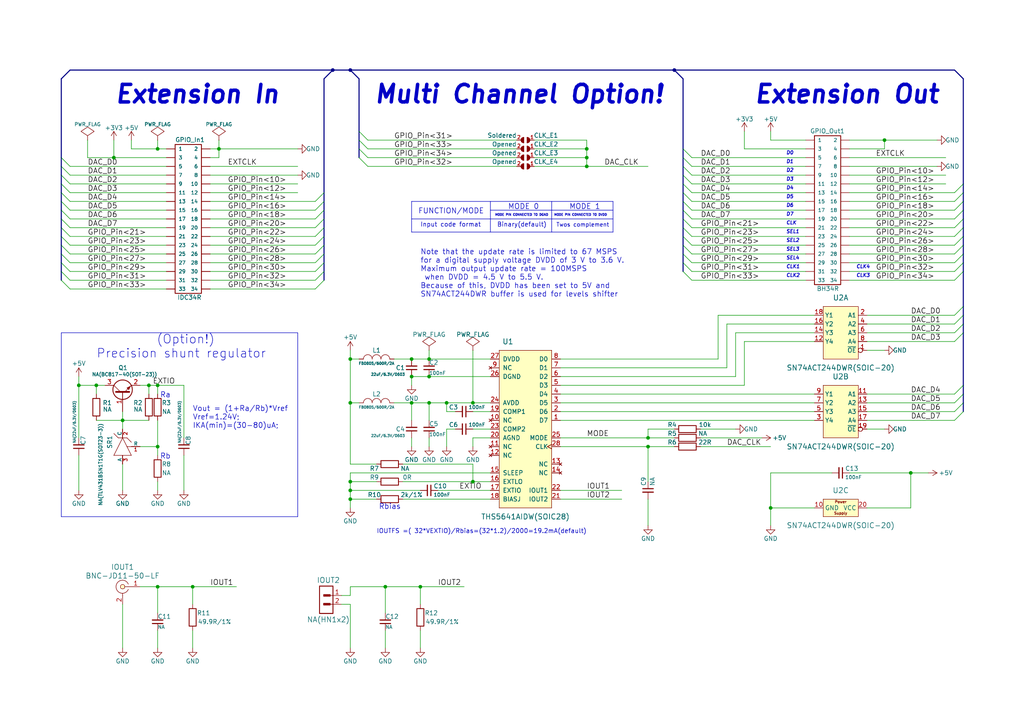
<source format=kicad_sch>
(kicad_sch (version 20230121) (generator eeschema)
  (paper "A4")
  (title_block (title "ICE40-DAC") (date "2021-02-19") (rev "A1") (company "OLimeX LTD") (comment 1 "https://www.olimex.com/"))
  (junction (at 124.46 109.22))
  (junction (at 170.18 45.72))
  (junction (at 101.6 139.7))
  (junction (at 45.72 170.18))
  (junction (at 137.16 139.7))
  (junction (at 256.54 40.64))
  (junction (at 187.96 127))
  (junction (at 124.46 116.84))
  (junction (at 45.72 43.18))
  (junction (at 195.58 20.32))
  (junction (at 55.88 170.18))
  (junction (at 101.6 104.14))
  (junction (at 119.38 109.22))
  (junction (at 101.6 142.24))
  (junction (at 124.46 104.14))
  (junction (at 45.72 111.76))
  (junction (at 101.6 144.78))
  (junction (at 96.52 20.32))
  (junction (at 101.6 116.84))
  (junction (at 170.18 48.26))
  (junction (at 22.86 111.76))
  (junction (at 121.92 170.18))
  (junction (at 129.54 116.84))
  (junction (at 119.38 116.84))
  (junction (at 35.56 121.92))
  (junction (at 101.6 20.32))
  (junction (at 223.52 147.32))
  (junction (at 170.18 43.18))
  (junction (at 63.5 43.18))
  (junction (at 111.76 170.18))
  (junction (at 187.96 129.54))
  (junction (at 45.72 129.54))
  (junction (at 119.38 104.14))
  (junction (at 43.18 111.76))
  (junction (at 33.02 45.72))
  (junction (at 137.16 116.84))
  (junction (at 27.94 111.76))
  (junction (at 264.16 137.16))
  (bus_entry (at 279.4 78.74) (size -2.54 2.54))
  (bus_entry (at 198.12 76.2) (size 2.54 2.54))
  (bus_entry (at 93.98 63.5) (size -2.54 2.54))
  (bus_entry (at 198.12 68.58) (size 2.54 2.54))
  (bus_entry (at 279.4 111.76) (size -2.54 2.54))
  (bus_entry (at 279.4 88.9) (size -2.54 2.54))
  (bus_entry (at 17.78 81.28) (size 2.54 2.54))
  (bus_entry (at 17.78 48.26) (size 2.54 2.54))
  (bus_entry (at 93.98 73.66) (size -2.54 2.54))
  (bus_entry (at 198.12 66.04) (size 2.54 2.54))
  (bus_entry (at 198.12 78.74) (size 2.54 2.54))
  (bus_entry (at 198.12 43.18) (size 2.54 2.54))
  (bus_entry (at 279.4 96.52) (size -2.54 2.54))
  (bus_entry (at 17.78 55.88) (size 2.54 2.54))
  (bus_entry (at 198.12 55.88) (size 2.54 2.54))
  (bus_entry (at 17.78 50.8) (size 2.54 2.54))
  (bus_entry (at 104.14 43.18) (size 2.54 2.54))
  (bus_entry (at 93.98 66.04) (size -2.54 2.54))
  (bus_entry (at 93.98 81.28) (size -2.54 2.54))
  (bus_entry (at 17.78 63.5) (size 2.54 2.54))
  (bus_entry (at 279.4 116.84) (size -2.54 2.54))
  (bus_entry (at 17.78 76.2) (size 2.54 2.54))
  (bus_entry (at 198.12 45.72) (size 2.54 2.54))
  (bus_entry (at 279.4 68.58) (size -2.54 2.54))
  (bus_entry (at 17.78 71.12) (size 2.54 2.54))
  (bus_entry (at 279.4 76.2) (size -2.54 2.54))
  (bus_entry (at 93.98 58.42) (size -2.54 2.54))
  (bus_entry (at 93.98 55.88) (size -2.54 2.54))
  (bus_entry (at 17.78 60.96) (size 2.54 2.54))
  (bus_entry (at 198.12 48.26) (size 2.54 2.54))
  (bus_entry (at 17.78 45.72) (size 2.54 2.54))
  (bus_entry (at 198.12 60.96) (size 2.54 2.54))
  (bus_entry (at 17.78 73.66) (size 2.54 2.54))
  (bus_entry (at 279.4 71.12) (size -2.54 2.54))
  (bus_entry (at 198.12 50.8) (size 2.54 2.54))
  (bus_entry (at 104.14 40.64) (size 2.54 2.54))
  (bus_entry (at 279.4 55.88) (size -2.54 2.54))
  (bus_entry (at 198.12 53.34) (size 2.54 2.54))
  (bus_entry (at 279.4 58.42) (size -2.54 2.54))
  (bus_entry (at 279.4 114.3) (size -2.54 2.54))
  (bus_entry (at 17.78 58.42) (size 2.54 2.54))
  (bus_entry (at 17.78 78.74) (size 2.54 2.54))
  (bus_entry (at 104.14 45.72) (size 2.54 2.54))
  (bus_entry (at 279.4 66.04) (size -2.54 2.54))
  (bus_entry (at 93.98 71.12) (size -2.54 2.54))
  (bus_entry (at 17.78 53.34) (size 2.54 2.54))
  (bus_entry (at 279.4 73.66) (size -2.54 2.54))
  (bus_entry (at 104.14 38.1) (size 2.54 2.54))
  (bus_entry (at 279.4 91.44) (size -2.54 2.54))
  (bus_entry (at 17.78 66.04) (size 2.54 2.54))
  (bus_entry (at 93.98 60.96) (size -2.54 2.54))
  (bus_entry (at 198.12 71.12) (size 2.54 2.54))
  (bus_entry (at 279.4 119.38) (size -2.54 2.54))
  (bus_entry (at 279.4 53.34) (size -2.54 2.54))
  (bus_entry (at 279.4 63.5) (size -2.54 2.54))
  (bus_entry (at 279.4 93.98) (size -2.54 2.54))
  (bus_entry (at 198.12 73.66) (size 2.54 2.54))
  (bus_entry (at 17.78 68.58) (size 2.54 2.54))
  (bus_entry (at 93.98 68.58) (size -2.54 2.54))
  (bus_entry (at 93.98 78.74) (size -2.54 2.54))
  (bus_entry (at 279.4 60.96) (size -2.54 2.54))
  (bus_entry (at 198.12 63.5) (size 2.54 2.54))
  (bus_entry (at 93.98 76.2) (size -2.54 2.54))
  (bus_entry (at 198.12 58.42) (size 2.54 2.54))
  (wire (pts (xy 53.34 111.76) (xy 53.34 127)))
  (wire (pts (xy 274.32 50.8) (xy 246.38 50.8)))
  (wire (pts (xy 60.96 76.2) (xy 91.44 76.2)))
  (bus (pts (xy 279.4 58.42) (xy 279.4 60.96)))
  (wire (pts (xy 256.54 43.18) (xy 256.54 40.64)))
  (wire (pts (xy 101.6 116.84) (xy 101.6 134.62)))
  (wire (pts (xy 187.96 124.46) (xy 187.96 127)))
  (wire (pts (xy 274.32 45.72) (xy 246.38 45.72)))
  (wire (pts (xy 233.68 55.88) (xy 200.66 55.88)))
  (wire (pts (xy 213.36 96.52) (xy 213.36 109.22)))
  (wire (pts (xy 246.38 48.26) (xy 271.78 48.26)))
  (wire (pts (xy 45.72 40.64) (xy 45.72 43.18)))
  (wire (pts (xy 35.56 119.38) (xy 35.56 121.92)))
  (wire (pts (xy 276.86 99.06) (xy 251.46 99.06)))
  (wire (pts (xy 48.26 73.66) (xy 20.32 73.66)))
  (wire (pts (xy 63.5 40.64) (xy 63.5 43.18)))
  (wire (pts (xy 27.94 114.3) (xy 27.94 111.76)))
  (wire (pts (xy 233.68 58.42) (xy 200.66 58.42)))
  (polyline (pts (xy 142.24 58.42) (xy 142.24 67.31)))
  (wire (pts (xy 210.82 93.98) (xy 210.82 106.68)))
  (wire (pts (xy 246.38 66.04) (xy 276.86 66.04)))
  (wire (pts (xy 246.38 68.58) (xy 276.86 68.58)))
  (wire (pts (xy 101.6 170.18) (xy 111.76 170.18)))
  (wire (pts (xy 101.6 116.84) (xy 104.14 116.84)))
  (wire (pts (xy 195.58 124.46) (xy 187.96 124.46)))
  (bus (pts (xy 17.78 76.2) (xy 17.78 78.74)))
  (wire (pts (xy 132.08 124.46) (xy 129.54 124.46)))
  (wire (pts (xy 101.6 172.72) (xy 101.6 170.18)))
  (bus (pts (xy 17.78 22.86) (xy 17.78 45.72)))
  (wire (pts (xy 111.76 177.8) (xy 111.76 170.18)))
  (wire (pts (xy 251.46 147.32) (xy 264.16 147.32)))
  (polyline (pts (xy 142.24 60.96) (xy 177.8 60.96)))
  (wire (pts (xy 264.16 137.16) (xy 269.24 137.16)))
  (polyline (pts (xy 160.02 58.42) (xy 160.02 67.31)))
  (bus (pts (xy 279.4 60.96) (xy 279.4 63.5)))
  (wire (pts (xy 48.26 58.42) (xy 20.32 58.42)))
  (wire (pts (xy 48.26 83.82) (xy 20.32 83.82)))
  (wire (pts (xy 137.16 101.6) (xy 137.16 116.84)))
  (bus (pts (xy 17.78 48.26) (xy 17.78 50.8)))
  (wire (pts (xy 246.38 40.64) (xy 256.54 40.64)))
  (wire (pts (xy 119.38 109.22) (xy 119.38 111.76)))
  (wire (pts (xy 63.5 45.72) (xy 60.96 45.72)))
  (wire (pts (xy 256.54 124.46) (xy 251.46 124.46)))
  (bus (pts (xy 279.4 73.66) (xy 279.4 76.2)))
  (wire (pts (xy 149.86 48.26) (xy 106.68 48.26)))
  (wire (pts (xy 236.22 93.98) (xy 210.82 93.98)))
  (wire (pts (xy 246.38 81.28) (xy 276.86 81.28)))
  (wire (pts (xy 101.6 142.24) (xy 101.6 144.78)))
  (wire (pts (xy 33.02 45.72) (xy 48.26 45.72)))
  (wire (pts (xy 109.22 139.7) (xy 101.6 139.7)))
  (wire (pts (xy 99.06 175.26) (xy 101.6 175.26)))
  (wire (pts (xy 38.1 43.18) (xy 38.1 40.64)))
  (wire (pts (xy 276.86 91.44) (xy 251.46 91.44)))
  (bus (pts (xy 198.12 71.12) (xy 198.12 73.66)))
  (wire (pts (xy 233.68 43.18) (xy 215.9 43.18)))
  (wire (pts (xy 114.3 116.84) (xy 119.38 116.84)))
  (bus (pts (xy 279.4 76.2) (xy 279.4 78.74)))
  (wire (pts (xy 246.38 137.16) (xy 264.16 137.16)))
  (bus (pts (xy 17.78 66.04) (xy 17.78 68.58)))
  (wire (pts (xy 48.26 55.88) (xy 20.32 55.88)))
  (wire (pts (xy 60.96 60.96) (xy 91.44 60.96)))
  (bus (pts (xy 279.4 96.52) (xy 279.4 111.76)))
  (wire (pts (xy 246.38 58.42) (xy 276.86 58.42)))
  (bus (pts (xy 93.98 71.12) (xy 93.98 73.66)))
  (wire (pts (xy 60.96 50.8) (xy 86.36 50.8)))
  (wire (pts (xy 45.72 142.24) (xy 45.72 139.7)))
  (wire (pts (xy 48.26 68.58) (xy 20.32 68.58)))
  (wire (pts (xy 170.18 45.72) (xy 170.18 48.26)))
  (bus (pts (xy 279.4 22.86) (xy 279.4 53.34)))
  (wire (pts (xy 114.3 104.14) (xy 119.38 104.14)))
  (wire (pts (xy 25.4 45.72) (xy 33.02 45.72)))
  (wire (pts (xy 256.54 101.6) (xy 251.46 101.6)))
  (bus (pts (xy 104.14 40.64) (xy 104.14 43.18)))
  (wire (pts (xy 149.86 45.72) (xy 106.68 45.72)))
  (wire (pts (xy 116.84 134.62) (xy 137.16 134.62)))
  (wire (pts (xy 203.2 127) (xy 220.98 127)))
  (wire (pts (xy 101.6 142.24) (xy 121.92 142.24)))
  (wire (pts (xy 236.22 91.44) (xy 208.28 91.44)))
  (wire (pts (xy 35.56 121.92) (xy 35.56 124.46)))
  (bus (pts (xy 198.12 76.2) (xy 198.12 78.74)))
  (wire (pts (xy 124.46 116.84) (xy 129.54 116.84)))
  (bus (pts (xy 93.98 63.5) (xy 93.98 66.04)))
  (wire (pts (xy 233.68 81.28) (xy 200.66 81.28)))
  (wire (pts (xy 276.86 114.3) (xy 251.46 114.3)))
  (wire (pts (xy 264.16 147.32) (xy 264.16 137.16)))
  (wire (pts (xy 129.54 116.84) (xy 137.16 116.84)))
  (bus (pts (xy 198.12 73.66) (xy 198.12 76.2)))
  (wire (pts (xy 215.9 99.06) (xy 215.9 111.76)))
  (wire (pts (xy 233.68 73.66) (xy 200.66 73.66)))
  (wire (pts (xy 121.92 170.18) (xy 134.62 170.18)))
  (wire (pts (xy 170.18 43.18) (xy 170.18 45.72)))
  (wire (pts (xy 170.18 40.64) (xy 170.18 43.18)))
  (bus (pts (xy 198.12 50.8) (xy 198.12 53.34)))
  (polyline (pts (xy 177.8 67.31) (xy 119.38 67.31)))
  (wire (pts (xy 48.26 66.04) (xy 20.32 66.04)))
  (wire (pts (xy 22.86 111.76) (xy 27.94 111.76)))
  (wire (pts (xy 48.26 71.12) (xy 20.32 71.12)))
  (wire (pts (xy 233.68 60.96) (xy 200.66 60.96)))
  (wire (pts (xy 27.94 121.92) (xy 35.56 121.92)))
  (wire (pts (xy 101.6 144.78) (xy 101.6 147.32)))
  (wire (pts (xy 27.94 111.76) (xy 30.48 111.76)))
  (wire (pts (xy 154.94 48.26) (xy 170.18 48.26)))
  (wire (pts (xy 142.24 119.38) (xy 137.16 119.38)))
  (wire (pts (xy 142.24 127) (xy 137.16 127)))
  (wire (pts (xy 116.84 144.78) (xy 142.24 144.78)))
  (wire (pts (xy 210.82 106.68) (xy 162.56 106.68)))
  (wire (pts (xy 233.68 71.12) (xy 200.66 71.12)))
  (wire (pts (xy 40.64 170.18) (xy 45.72 170.18)))
  (wire (pts (xy 63.5 43.18) (xy 63.5 45.72)))
  (wire (pts (xy 35.56 175.26) (xy 35.56 187.96)))
  (wire (pts (xy 38.1 43.18) (xy 45.72 43.18)))
  (bus (pts (xy 198.12 22.86) (xy 195.58 20.32)))
  (bus (pts (xy 198.12 53.34) (xy 198.12 55.88)))
  (wire (pts (xy 124.46 129.54) (xy 124.46 127)))
  (wire (pts (xy 101.6 104.14) (xy 104.14 104.14)))
  (bus (pts (xy 279.4 91.44) (xy 279.4 93.98)))
  (wire (pts (xy 187.96 129.54) (xy 195.58 129.54)))
  (bus (pts (xy 279.4 63.5) (xy 279.4 66.04)))
  (wire (pts (xy 187.96 152.4) (xy 187.96 144.78)))
  (wire (pts (xy 127 142.24) (xy 142.24 142.24)))
  (bus (pts (xy 93.98 58.42) (xy 93.98 60.96)))
  (wire (pts (xy 241.3 137.16) (xy 223.52 137.16)))
  (wire (pts (xy 119.38 104.14) (xy 124.46 104.14)))
  (wire (pts (xy 246.38 76.2) (xy 276.86 76.2)))
  (wire (pts (xy 276.86 121.92) (xy 251.46 121.92)))
  (wire (pts (xy 276.86 93.98) (xy 251.46 93.98)))
  (wire (pts (xy 86.36 53.34) (xy 60.96 53.34)))
  (wire (pts (xy 48.26 48.26) (xy 20.32 48.26)))
  (wire (pts (xy 35.56 134.62) (xy 35.56 142.24)))
  (bus (pts (xy 195.58 20.32) (xy 276.86 20.32)))
  (wire (pts (xy 129.54 124.46) (xy 129.54 129.54)))
  (wire (pts (xy 45.72 111.76) (xy 53.34 111.76)))
  (wire (pts (xy 274.32 53.34) (xy 246.38 53.34)))
  (bus (pts (xy 279.4 55.88) (xy 279.4 58.42)))
  (bus (pts (xy 104.14 22.86) (xy 104.14 38.1)))
  (wire (pts (xy 109.22 144.78) (xy 101.6 144.78)))
  (wire (pts (xy 233.68 45.72) (xy 200.66 45.72)))
  (polyline (pts (xy 119.38 58.42) (xy 119.38 67.31)))
  (wire (pts (xy 35.56 121.92) (xy 43.18 121.92)))
  (bus (pts (xy 93.98 55.88) (xy 93.98 58.42)))
  (wire (pts (xy 208.28 91.44) (xy 208.28 104.14)))
  (bus (pts (xy 17.78 58.42) (xy 17.78 60.96)))
  (bus (pts (xy 93.98 66.04) (xy 93.98 68.58)))
  (wire (pts (xy 162.56 129.54) (xy 187.96 129.54)))
  (bus (pts (xy 17.78 45.72) (xy 17.78 48.26)))
  (bus (pts (xy 198.12 22.86) (xy 198.12 43.18)))
  (wire (pts (xy 246.38 73.66) (xy 276.86 73.66)))
  (bus (pts (xy 17.78 68.58) (xy 17.78 71.12)))
  (wire (pts (xy 170.18 48.26) (xy 187.96 48.26)))
  (wire (pts (xy 111.76 187.96) (xy 111.76 182.88)))
  (wire (pts (xy 119.38 116.84) (xy 124.46 116.84)))
  (bus (pts (xy 17.78 60.96) (xy 17.78 63.5)))
  (wire (pts (xy 236.22 119.38) (xy 162.56 119.38)))
  (wire (pts (xy 142.24 137.16) (xy 101.6 137.16)))
  (bus (pts (xy 104.14 38.1) (xy 104.14 40.64)))
  (polyline (pts (xy 86.36 149.86) (xy 17.78 149.86)))
  (wire (pts (xy 45.72 170.18) (xy 55.88 170.18)))
  (wire (pts (xy 119.38 121.92) (xy 119.38 116.84)))
  (bus (pts (xy 101.6 20.32) (xy 104.14 22.86)))
  (bus (pts (xy 93.98 73.66) (xy 93.98 76.2)))
  (wire (pts (xy 60.96 68.58) (xy 91.44 68.58)))
  (wire (pts (xy 60.96 81.28) (xy 91.44 81.28)))
  (wire (pts (xy 187.96 129.54) (xy 187.96 139.7)))
  (wire (pts (xy 60.96 71.12) (xy 91.44 71.12)))
  (wire (pts (xy 137.16 116.84) (xy 142.24 116.84)))
  (wire (pts (xy 223.52 147.32) (xy 236.22 147.32)))
  (wire (pts (xy 25.4 45.72) (xy 25.4 40.64)))
  (wire (pts (xy 55.88 187.96) (xy 55.88 182.88)))
  (wire (pts (xy 233.68 68.58) (xy 200.66 68.58)))
  (bus (pts (xy 17.78 78.74) (xy 17.78 81.28)))
  (bus (pts (xy 96.52 20.32) (xy 101.6 20.32)))
  (wire (pts (xy 208.28 104.14) (xy 162.56 104.14)))
  (wire (pts (xy 149.86 43.18) (xy 106.68 43.18)))
  (wire (pts (xy 137.16 127) (xy 137.16 129.54)))
  (wire (pts (xy 276.86 96.52) (xy 251.46 96.52)))
  (polyline (pts (xy 17.78 96.52) (xy 17.78 149.86)))
  (wire (pts (xy 101.6 137.16) (xy 101.6 139.7)))
  (wire (pts (xy 101.6 101.6) (xy 101.6 104.14)))
  (bus (pts (xy 279.4 68.58) (xy 279.4 71.12)))
  (wire (pts (xy 101.6 134.62) (xy 109.22 134.62)))
  (polyline (pts (xy 86.36 96.52) (xy 86.36 149.86)))
  (wire (pts (xy 162.56 127) (xy 187.96 127)))
  (wire (pts (xy 137.16 134.62) (xy 137.16 139.7)))
  (wire (pts (xy 236.22 114.3) (xy 162.56 114.3)))
  (bus (pts (xy 198.12 55.88) (xy 198.12 58.42)))
  (wire (pts (xy 124.46 121.92) (xy 124.46 116.84)))
  (wire (pts (xy 223.52 129.54) (xy 203.2 129.54)))
  (bus (pts (xy 198.12 68.58) (xy 198.12 71.12)))
  (wire (pts (xy 60.96 78.74) (xy 91.44 78.74)))
  (wire (pts (xy 111.76 170.18) (xy 121.92 170.18)))
  (wire (pts (xy 213.36 109.22) (xy 162.56 109.22)))
  (wire (pts (xy 43.18 111.76) (xy 45.72 111.76)))
  (wire (pts (xy 233.68 50.8) (xy 200.66 50.8)))
  (bus (pts (xy 20.32 20.32) (xy 96.52 20.32)))
  (bus (pts (xy 101.6 20.32) (xy 195.58 20.32)))
  (wire (pts (xy 22.86 109.22) (xy 22.86 111.76)))
  (bus (pts (xy 198.12 43.18) (xy 198.12 45.72)))
  (wire (pts (xy 233.68 53.34) (xy 200.66 53.34)))
  (wire (pts (xy 116.84 139.7) (xy 137.16 139.7)))
  (wire (pts (xy 246.38 78.74) (xy 276.86 78.74)))
  (wire (pts (xy 233.68 78.74) (xy 200.66 78.74)))
  (bus (pts (xy 198.12 58.42) (xy 198.12 60.96)))
  (wire (pts (xy 215.9 43.18) (xy 215.9 38.1)))
  (wire (pts (xy 246.38 60.96) (xy 276.86 60.96)))
  (wire (pts (xy 236.22 99.06) (xy 215.9 99.06)))
  (wire (pts (xy 60.96 83.82) (xy 91.44 83.82)))
  (bus (pts (xy 17.78 50.8) (xy 17.78 53.34)))
  (wire (pts (xy 45.72 129.54) (xy 45.72 132.08)))
  (wire (pts (xy 55.88 170.18) (xy 68.58 170.18)))
  (wire (pts (xy 233.68 40.64) (xy 223.52 40.64)))
  (wire (pts (xy 53.34 142.24) (xy 53.34 132.08)))
  (bus (pts (xy 17.78 71.12) (xy 17.78 73.66)))
  (wire (pts (xy 124.46 109.22) (xy 142.24 109.22)))
  (wire (pts (xy 162.56 142.24) (xy 180.34 142.24)))
  (wire (pts (xy 276.86 119.38) (xy 251.46 119.38)))
  (bus (pts (xy 17.78 63.5) (xy 17.78 66.04)))
  (polyline (pts (xy 177.8 58.42) (xy 177.8 67.31)))
  (wire (pts (xy 149.86 40.64) (xy 106.68 40.64)))
  (bus (pts (xy 279.4 78.74) (xy 279.4 88.9)))
  (wire (pts (xy 45.72 43.18) (xy 48.26 43.18)))
  (wire (pts (xy 48.26 81.28) (xy 20.32 81.28)))
  (wire (pts (xy 99.06 172.72) (xy 101.6 172.72)))
  (wire (pts (xy 48.26 76.2) (xy 20.32 76.2)))
  (wire (pts (xy 22.86 142.24) (xy 22.86 132.08)))
  (wire (pts (xy 121.92 187.96) (xy 121.92 182.88)))
  (wire (pts (xy 60.96 58.42) (xy 91.44 58.42)))
  (wire (pts (xy 137.16 139.7) (xy 142.24 139.7)))
  (bus (pts (xy 279.4 111.76) (xy 279.4 114.3)))
  (bus (pts (xy 198.12 60.96) (xy 198.12 63.5)))
  (wire (pts (xy 60.96 66.04) (xy 91.44 66.04)))
  (wire (pts (xy 246.38 43.18) (xy 256.54 43.18)))
  (wire (pts (xy 101.6 175.26) (xy 101.6 187.96)))
  (polyline (pts (xy 119.38 58.42) (xy 177.8 58.42)))
  (bus (pts (xy 198.12 66.04) (xy 198.12 68.58)))
  (wire (pts (xy 60.96 73.66) (xy 91.44 73.66)))
  (wire (pts (xy 170.18 40.64) (xy 154.94 40.64)))
  (bus (pts (xy 198.12 63.5) (xy 198.12 66.04)))
  (wire (pts (xy 40.64 129.54) (xy 45.72 129.54)))
  (bus (pts (xy 104.14 43.18) (xy 104.14 45.72)))
  (wire (pts (xy 101.6 139.7) (xy 101.6 142.24)))
  (wire (pts (xy 236.22 116.84) (xy 162.56 116.84)))
  (wire (pts (xy 86.36 55.88) (xy 60.96 55.88)))
  (bus (pts (xy 198.12 48.26) (xy 198.12 50.8)))
  (wire (pts (xy 48.26 50.8) (xy 20.32 50.8)))
  (wire (pts (xy 223.52 40.64) (xy 223.52 38.1)))
  (bus (pts (xy 279.4 53.34) (xy 279.4 55.88)))
  (bus (pts (xy 279.4 66.04) (xy 279.4 68.58)))
  (wire (pts (xy 246.38 63.5) (xy 276.86 63.5)))
  (wire (pts (xy 48.26 78.74) (xy 20.32 78.74)))
  (wire (pts (xy 121.92 175.26) (xy 121.92 170.18)))
  (bus (pts (xy 276.86 20.32) (xy 279.4 22.86)))
  (wire (pts (xy 43.18 114.3) (xy 43.18 111.76)))
  (bus (pts (xy 93.98 78.74) (xy 93.98 81.28)))
  (bus (pts (xy 93.98 22.86) (xy 96.52 20.32)))
  (wire (pts (xy 246.38 71.12) (xy 276.86 71.12)))
  (bus (pts (xy 17.78 73.66) (xy 17.78 76.2)))
  (wire (pts (xy 187.96 127) (xy 195.58 127)))
  (wire (pts (xy 60.96 63.5) (xy 91.44 63.5)))
  (wire (pts (xy 45.72 177.8) (xy 45.72 170.18)))
  (bus (pts (xy 279.4 116.84) (xy 279.4 119.38)))
  (wire (pts (xy 48.26 53.34) (xy 20.32 53.34)))
  (bus (pts (xy 93.98 60.96) (xy 93.98 63.5)))
  (wire (pts (xy 276.86 116.84) (xy 251.46 116.84)))
  (bus (pts (xy 198.12 45.72) (xy 198.12 48.26)))
  (bus (pts (xy 279.4 93.98) (xy 279.4 96.52)))
  (wire (pts (xy 215.9 111.76) (xy 162.56 111.76)))
  (wire (pts (xy 45.72 187.96) (xy 45.72 182.88)))
  (bus (pts (xy 279.4 114.3) (xy 279.4 116.84)))
  (wire (pts (xy 236.22 121.92) (xy 162.56 121.92)))
  (wire (pts (xy 236.22 96.52) (xy 213.36 96.52)))
  (wire (pts (xy 48.26 60.96) (xy 20.32 60.96)))
  (wire (pts (xy 40.64 111.76) (xy 43.18 111.76)))
  (wire (pts (xy 233.68 48.26) (xy 200.66 48.26)))
  (wire (pts (xy 45.72 111.76) (xy 45.72 114.3)))
  (wire (pts (xy 22.86 111.76) (xy 22.86 127)))
  (wire (pts (xy 45.72 121.92) (xy 45.72 129.54)))
  (wire (pts (xy 223.52 147.32) (xy 223.52 152.4)))
  (wire (pts (xy 33.02 45.72) (xy 33.02 40.64)))
  (wire (pts (xy 154.94 43.18) (xy 170.18 43.18)))
  (wire (pts (xy 223.52 137.16) (xy 223.52 147.32)))
  (bus (pts (xy 279.4 71.12) (xy 279.4 73.66)))
  (bus (pts (xy 17.78 22.86) (xy 20.32 20.32)))
  (wire (pts (xy 63.5 43.18) (xy 86.36 43.18)))
  (wire (pts (xy 233.68 66.04) (xy 200.66 66.04)))
  (polyline (pts (xy 86.36 96.52) (xy 17.78 96.52)))
  (wire (pts (xy 233.68 63.5) (xy 200.66 63.5)))
  (wire (pts (xy 142.24 124.46) (xy 137.16 124.46)))
  (wire (pts (xy 213.36 124.46) (xy 203.2 124.46)))
  (bus (pts (xy 93.98 76.2) (xy 93.98 78.74)))
  (wire (pts (xy 246.38 55.88) (xy 276.86 55.88)))
  (bus (pts (xy 17.78 55.88) (xy 17.78 58.42)))
  (wire (pts (xy 132.08 119.38) (xy 129.54 119.38)))
  (bus (pts (xy 93.98 68.58) (xy 93.98 71.12)))
  (wire (pts (xy 101.6 104.14) (xy 101.6 116.84)))
  (wire (pts (xy 124.46 104.14) (xy 142.24 104.14)))
  (wire (pts (xy 129.54 119.38) (xy 129.54 116.84)))
  (wire (pts (xy 119.38 109.22) (xy 124.46 109.22)))
  (wire (pts (xy 55.88 175.26) (xy 55.88 170.18)))
  (bus (pts (xy 93.98 22.86) (xy 93.98 55.88)))
  (polyline (pts (xy 177.8 63.5) (xy 119.38 63.5)))
  (bus (pts (xy 279.4 88.9) (xy 279.4 91.44)))
  (wire (pts (xy 256.54 40.64) (xy 271.78 40.64)))
  (wire (pts (xy 60.96 43.18) (xy 63.5 43.18)))
  (wire (pts (xy 86.36 48.26) (xy 60.96 48.26)))
  (wire (pts (xy 124.46 104.14) (xy 124.46 101.6)))
  (wire (pts (xy 119.38 129.54) (xy 119.38 127)))
  (bus (pts (xy 17.78 53.34) (xy 17.78 55.88)))
  (wire (pts (xy 170.18 45.72) (xy 154.94 45.72)))
  (wire (pts (xy 48.26 63.5) (xy 20.32 63.5)))
  (wire (pts (xy 233.68 76.2) (xy 200.66 76.2)))
  (wire (pts (xy 162.56 144.78) (xy 180.34 144.78)))
  (text "SEL3" (at 227.965 73.025 0) (effects (font (size 1.016 1.016) (thickness 0.2032) bold italic) (justify left bottom)))
  (text "Binary(default)" (at 144.145 66.04 0) (effects (font (size 1.27 1.27)) (justify left bottom)))
  (text "D4" (at 227.965 55.245 0) (effects (font (size 1.016 1.016) (thickness 0.2032) bold italic) (justify left bottom)))
  (text "D7" (at 227.965 62.865 0) (effects (font (size 1.016 1.016) (thickness 0.2032) bold italic) (justify left bottom)))
  (text "Twos complement" (at 161.29 66.04 0) (effects (font (size 1.143 1.143)) (justify left bottom)))
  (text "D5" (at 227.965 57.785 0) (effects (font (size 1.016 1.016) (thickness 0.2032) bold italic) (justify left bottom)))
  (text "IOUTFS =( 32*VEXTIO)/Rbias=(32*1.2)/2000=19.2mA(default)" (at 109.22 154.94 0) (effects (font (size 1.27 1.27)) (justify left bottom)))
  (text "MODE PIN CONNECTED TO DGND" (at 143.51 62.865 0) (effects (font (size 0.635 0.635)) (justify left bottom)))
  (text "D3" (at 227.965 52.705 0) (effects (font (size 1.016 1.016) (thickness 0.2032) bold italic) (justify left bottom)))
  (text "         (Option!)\nPrecision shunt regulator\n" (at 27.94 104.14 0) (effects (font (size 2.54 2.54)) (justify left bottom)))
  (text "CLK4" (at 248.285 78.105 0) (effects (font (size 1.016 1.016) (thickness 0.2032) bold italic) (justify left bottom)))
  (text "SEL2" (at 227.965 70.485 0) (effects (font (size 1.016 1.016) (thickness 0.2032) bold italic) (justify left bottom)))
  (text "FUNCTION/MODE" (at 121.285 62.23 0) (effects (font (size 1.524 1.524)) (justify left bottom)))
  (text "D0" (at 227.965 45.085 0) (effects (font (size 1.016 1.016) (thickness 0.2032) bold italic) (justify left bottom)))
  (text "SEL4" (at 227.965 75.565 0) (effects (font (size 1.016 1.016) (thickness 0.2032) bold italic) (justify left bottom)))
  (text "CLK" (at 227.965 65.405 0) (effects (font (size 1.016 1.016) (thickness 0.2032) bold italic) (justify left bottom)))
  (text "MODE PIN CONNECTED TO DVDD" (at 160.655 62.865 0) (effects (font (size 0.635 0.635)) (justify left bottom)))
  (text "D1\n" (at 227.965 47.625 0) (effects (font (size 1.016 1.016) (thickness 0.2032) bold italic) (justify left bottom)))
  (text "Extension In" (at 33.02 30.48 0) (effects (font (size 5.08 5.08) (thickness 1.016) bold italic) (justify left bottom)))
  (text "Multi Channel Option!" (at 193.04 30.48 0) (effects (font (size 5.08 5.08) (thickness 1.016) bold italic) (justify right bottom)))
  (text "CLK2" (at 227.965 80.645 0) (effects (font (size 1.016 1.016) (thickness 0.2032) bold italic) (justify left bottom)))
  (text "Rb" (at 49.53 133.35 0) (effects (font (size 1.524 1.524)) (justify right bottom)))
  (text "SEL1" (at 227.965 67.945 0) (effects (font (size 1.016 1.016) (thickness 0.2032) bold italic) (justify left bottom)))
  (text "CLK1" (at 227.965 78.105 0) (effects (font (size 1.016 1.016) (thickness 0.2032) bold italic) (justify left bottom)))
  (text "D6" (at 227.965 60.325 0) (effects (font (size 1.016 1.016) (thickness 0.2032) bold italic) (justify left bottom)))
  (text "MODE 1" (at 165.1 60.96 0) (effects (font (size 1.524 1.524)) (justify left bottom)))
  (text "MODE 0" (at 147.32 60.96 0) (effects (font (size 1.524 1.524)) (justify left bottom)))
  (text "CLK3" (at 248.285 80.645 0) (effects (font (size 1.016 1.016) (thickness 0.2032) bold italic) (justify left bottom)))
  (text "Note that the update rate is limited to 67 MSPS \nfor a digital supply voltage DVDD of 3 V to 3.6 V.\nMaximum output update rate = 100MSPS\n when DVDD = 4.5 V to 5.5 V.\nBecause of this, DVDD has been set to 5V and \nSN74ACT244DWR buffer is used for levels shifter" (at 121.92 86.36 0) (effects (font (size 1.524 1.524)) (justify left bottom)))
  (text "Vout = (1+Ra/Rb)*Vref\nVref=1.24V;\nIKA(min)=(30-80)uA;" (at 55.88 124.46 0) (effects (font (size 1.524 1.524)) (justify left bottom)))
  (text "Rbias" (at 109.855 147.955 0) (effects (font (size 1.524 1.524)) (justify left bottom)))
  (text "Ra" (at 49.53 115.57 0) (effects (font (size 1.524 1.524)) (justify right bottom)))
  (text "D2" (at 227.965 50.165 0) (effects (font (size 1.016 1.016) (thickness 0.2032) bold italic) (justify left bottom)))
  (text "Input code format" (at 121.92 66.04 0) (effects (font (size 1.27 1.27)) (justify left bottom)))
  (text "Extension Out" (at 218.44 30.48 0) (effects (font (size 5.08 5.08) (thickness 1.016) bold italic) (justify left bottom)))
  (label "DAC_CLK" (at 175.26 48.26 0) (effects (font (size 1.524 1.524))))
  (label "IOUT1" (at 170.18 142.24 0) (effects (font (size 1.524 1.524))))
  (label "DAC_D0" (at 25.4 48.26 0) (effects (font (size 1.524 1.524))))
  (label "GPIO_Pin<23>" (at 203.2 68.58 0) (effects (font (size 1.524 1.524))))
  (label "GPIO_Pin<34>" (at 114.3 45.72 0) (effects (font (size 1.524 1.524))))
  (label "DAC_D4" (at 25.4 58.42 0) (effects (font (size 1.524 1.524))))
  (label "EXTIO" (at 139.7 142.24 180) (effects (font (size 1.524 1.524))))
  (label "GPIO_Pin<31>" (at 203.2 78.74 0) (effects (font (size 1.524 1.524))))
  (label "DAC_D5" (at 25.4 60.96 0) (effects (font (size 1.524 1.524))))
  (label "GPIO_Pin<16>" (at 254 58.42 0) (effects (font (size 1.524 1.524))))
  (label "GPIO_Pin<32>" (at 66.04 81.28 0) (effects (font (size 1.524 1.524))))
  (label "GPIO_Pin<34>" (at 254 81.28 0) (effects (font (size 1.524 1.524))))
  (label "GPIO_Pin<32>" (at 254 78.74 0) (effects (font (size 1.524 1.524))))
  (label "DAC_D6" (at 203.2 60.96 0) (effects (font (size 1.524 1.524))))
  (label "GPIO_Pin<24>" (at 66.04 71.12 0) (effects (font (size 1.524 1.524))))
  (label "GPIO_Pin<28>" (at 254 73.66 0) (effects (font (size 1.524 1.524))))
  (label "GPIO_Pin<20>" (at 254 63.5 0) (effects (font (size 1.524 1.524))))
  (label "GPIO_Pin<20>" (at 66.04 66.04 0) (effects (font (size 1.524 1.524))))
  (label "EXTIO" (at 50.8 111.76 180) (effects (font (size 1.524 1.524))))
  (label "GPIO_Pin<21>" (at 25.4 68.58 0) (effects (font (size 1.524 1.524))))
  (label "GPIO_Pin<27>" (at 203.2 73.66 0) (effects (font (size 1.524 1.524))))
  (label "DAC_D7" (at 264.16 121.92 0) (effects (font (size 1.524 1.524))))
  (label "GPIO_Pin<14>" (at 66.04 58.42 0) (effects (font (size 1.524 1.524))))
  (label "EXTCLK" (at 254 45.72 0) (effects (font (size 1.524 1.524))))
  (label "GPIO_Pin<23>" (at 25.4 71.12 0) (effects (font (size 1.524 1.524))))
  (label "GPIO_Pin<33>" (at 25.4 83.82 0) (effects (font (size 1.524 1.524))))
  (label "GPIO_Pin<21>" (at 203.2 66.04 0) (effects (font (size 1.524 1.524))))
  (label "GPIO_Pin<30>" (at 66.04 78.74 0) (effects (font (size 1.524 1.524))))
  (label "DAC_D4" (at 203.2 55.88 0) (effects (font (size 1.524 1.524))))
  (label "IOUT2" (at 127 170.18 0) (effects (font (size 1.524 1.524))))
  (label "DAC_D2" (at 25.4 53.34 0) (effects (font (size 1.524 1.524))))
  (label "DAC_D5" (at 203.2 58.42 0) (effects (font (size 1.524 1.524))))
  (label "DAC_D7" (at 203.2 63.5 0) (effects (font (size 1.524 1.524))))
  (label "DAC_D1" (at 264.16 93.98 0) (effects (font (size 1.524 1.524))))
  (label "GPIO_Pin<33>" (at 203.2 81.28 0) (effects (font (size 1.524 1.524))))
  (label "DAC_D3" (at 264.16 99.06 0) (effects (font (size 1.524 1.524))))
  (label "DAC_D7" (at 25.4 66.04 0) (effects (font (size 1.524 1.524))))
  (label "DAC_D1" (at 203.2 48.26 0) (effects (font (size 1.524 1.524))))
  (label "DAC_D3" (at 25.4 55.88 0) (effects (font (size 1.524 1.524))))
  (label "GPIO_Pin<29>" (at 203.2 76.2 0) (effects (font (size 1.524 1.524))))
  (label "GPIO_Pin<26>" (at 254 71.12 0) (effects (font (size 1.524 1.524))))
  (label "GPIO_Pin<25>" (at 203.2 71.12 0) (effects (font (size 1.524 1.524))))
  (label "GPIO_Pin<12>" (at 254 53.34 0) (effects (font (size 1.524 1.524))))
  (label "MODE" (at 170.18 127 0) (effects (font (size 1.524 1.524))))
  (label "EXTCLK" (at 66.04 48.26 0) (effects (font (size 1.524 1.524))))
  (label "DAC_D2" (at 203.2 50.8 0) (effects (font (size 1.524 1.524))))
  (label "GPIO_Pin<10>" (at 254 50.8 0) (effects (font (size 1.524 1.524))))
  (label "GPIO_Pin<24>" (at 254 68.58 0) (effects (font (size 1.524 1.524))))
  (label "GPIO_Pin<28>" (at 66.04 76.2 0) (effects (font (size 1.524 1.524))))
  (label "GPIO_Pin<32>" (at 114.3 48.26 0) (effects (font (size 1.524 1.524))))
  (label "GPIO_Pin<30>" (at 254 76.2 0) (effects (font (size 1.524 1.524))))
  (label "DAC_D5" (at 264.16 116.84 0) (effects (font (size 1.524 1.524))))
  (label "GPIO_Pin<12>" (at 66.04 55.88 0) (effects (font (size 1.524 1.524))))
  (label "GPIO_Pin<16>" (at 66.04 60.96 0) (effects (font (size 1.524 1.524))))
  (label "GPIO_Pin<10>" (at 66.04 53.34 0) (effects (font (size 1.524 1.524))))
  (label "GPIO_Pin<18>" (at 254 60.96 0) (effects (font (size 1.524 1.524))))
  (label "DAC_D3" (at 203.2 53.34 0) (effects (font (size 1.524 1.524))))
  (label "GPIO_Pin<25>" (at 25.4 73.66 0) (effects (font (size 1.524 1.524))))
  (label "DAC_D6" (at 264.16 119.38 0) (effects (font (size 1.524 1.524))))
  (label "DAC_D0" (at 264.16 91.44 0) (effects (font (size 1.524 1.524))))
  (label "DAC_D1" (at 25.4 50.8 0) (effects (font (size 1.524 1.524))))
  (label "GPIO_Pin<27>" (at 25.4 76.2 0) (effects (font (size 1.524 1.524))))
  (label "GPIO_Pin<22>" (at 66.04 68.58 0) (effects (font (size 1.524 1.524))))
  (label "IOUT2" (at 170.18 144.78 0) (effects (font (size 1.524 1.524))))
  (label "DAC_D2" (at 264.16 96.52 0) (effects (font (size 1.524 1.524))))
  (label "IOUT1" (at 60.96 170.18 0) (effects (font (size 1.524 1.524))))
  (label "GPIO_Pin<18>" (at 66.04 63.5 0) (effects (font (size 1.524 1.524))))
  (label "GPIO_Pin<14>" (at 254 55.88 0) (effects (font (size 1.524 1.524))))
  (label "GPIO_Pin<31>" (at 25.4 81.28 0) (effects (font (size 1.524 1.524))))
  (label "GPIO_Pin<31>" (at 114.3 40.64 0) (effects (font (size 1.524 1.524))))
  (label "GPIO_Pin<34>" (at 66.04 83.82 0) (effects (font (size 1.524 1.524))))
  (label "GPIO_Pin<26>" (at 66.04 73.66 0) (effects (font (size 1.524 1.524))))
  (label "DAC_D0" (at 203.2 45.72 0) (effects (font (size 1.524 1.524))))
  (label "GPIO_Pin<22>" (at 254 66.04 0) (effects (font (size 1.524 1.524))))
  (label "GPIO_Pin<33>" (at 114.3 43.18 0) (effects (font (size 1.524 1.524))))
  (label "DAC_CLK" (at 210.82 129.54 0) (effects (font (size 1.524 1.524))))
  (label "DAC_D6" (at 25.4 63.5 0) (effects (font (size 1.524 1.524))))
  (label "GPIO_Pin<29>" (at 25.4 78.74 0) (effects (font (size 1.524 1.524))))
  (label "DAC_D4" (at 264.16 114.3 0) (effects (font (size 1.524 1.524))))
  (symbol (lib_id "ICE40-DAC_Rev_A1:L") (at 109.22 104.14 0) (mirror y) (unit 1)
    (property "Reference" "L1" (at 109.22 101.6 0))
    (property "Value" "FB0805/600R/2A" (at 109.22 105.41 0) (effects (font (size 0.762 0.762))))
    (property "Footprint" "OLIMEX_RLC-FP:L_0805_5MIL_DWS" (effects hide))
  )
  (symbol (lib_id "ICE40-DAC_Rev_A1:+5V") (at 223.52 38.1 0) (unit 1)
    (property "Reference" "#PWR01" (effects hide))
    (property "Value" "+5V" (at 223.52 34.544 0))
  )
  (symbol (lib_id "ICE40-DAC_Rev_A1:GND") (at 271.78 40.64 90) (mirror x) (unit 1)
    (property "Reference" "#PWR02" (effects hide))
    (property "Value" "GND" (at 276.225 40.64 90))
  )
  (symbol (lib_id "ICE40-DAC_Rev_A1:+3.3V") (at 215.9 38.1 0) (mirror y) (unit 1)
    (property "Reference" "#PWR03" (effects hide))
    (property "Value" "+3.3V" (at 215.9 34.544 0))
  )
  (symbol (lib_id "ICE40-DAC_Rev_A1:C") (at 124.46 106.68 0) (mirror x) (unit 1)
    (property "Reference" "C2" (at 124.46 105.156 0) (effects (justify left)))
    (property "Value" "100nF" (at 124.46 108.204 0) (effects (font (size 1.016 1.016)) (justify left)))
    (property "Footprint" "OLIMEX_RLC-FP:C_0402_5MIL_DWS" (effects hide))
  )
  (symbol (lib_id "ICE40-DAC_Rev_A1:C") (at 134.62 119.38 270) (mirror x) (unit 1)
    (property "Reference" "C3" (at 130.175 118.11 90) (effects (justify left)))
    (property "Value" "100nF" (at 135.89 118.11 90) (effects (font (size 1.016 1.016)) (justify left)))
    (property "Footprint" "OLIMEX_RLC-FP:C_0402_5MIL_DWS" (effects hide))
  )
  (symbol (lib_id "ICE40-DAC_Rev_A1:R") (at 199.39 129.54 0) (mirror y) (unit 1)
    (property "Reference" "R6" (at 194.945 128.27 0))
    (property "Value" "22R" (at 204.47 128.27 0))
    (property "Footprint" "OLIMEX_RLC-FP:R_0402_5MIL_DWS" (effects hide))
  )
  (symbol (lib_id "ICE40-DAC_Rev_A1:BH34S") (at 241.3 60.96 0) (unit 1)
    (property "Reference" "GPIO_Out1" (at 234.95 38.735 0) (effects (justify left bottom)))
    (property "Value" "BH34R" (at 236.855 84.455 0) (effects (justify left bottom)))
    (property "Footprint" "OLIMEX_Connectors-FP:BH34R" (effects hide))
  )
  (symbol (lib_id "ICE40-DAC_Rev_A1:GND") (at 271.78 48.26 90) (mirror x) (unit 1)
    (property "Reference" "#PWR04" (effects hide))
    (property "Value" "GND" (at 276.225 48.26 90))
  )
  (symbol (lib_id "ICE40-DAC_Rev_A1:GND") (at 119.38 111.76 0) (mirror y) (unit 1)
    (property "Reference" "#PWR05" (effects hide))
    (property "Value" "GND" (at 119.38 115.57 0))
  )
  (symbol (lib_id "ICE40-DAC_Rev_A1:C") (at 119.38 106.68 180) (unit 1)
    (property "Reference" "C1" (at 117.475 106.68 0) (effects (justify left)))
    (property "Value" "22uF/6.3V/0603" (at 117.475 108.585 0) (effects (font (size 0.762 0.762)) (justify left)))
    (property "Footprint" "OLIMEX_RLC-FP:C_0603_5MIL_DWS" (effects hide))
  )
  (symbol (lib_id "ICE40-DAC_Rev_A1:Q_NPN_BEC") (at 35.56 114.3 90) (unit 1)
    (property "Reference" "Q1" (at 34.29 106.68 90) (effects (justify right)))
    (property "Value" "NA(BC817-40(SOT-23))" (at 26.67 108.585 90) (effects (font (size 1.016 1.016)) (justify right)))
    (property "Footprint" "OLIMEX_Transistors-FP:SOT23" (effects hide))
  )
  (symbol (lib_id "ICE40-DAC_Rev_A1:GND") (at 45.72 142.24 0) (unit 1)
    (property "Reference" "#PWR012" (effects hide))
    (property "Value" "GND" (at 45.72 146.05 0))
  )
  (symbol (lib_id "ICE40-DAC_Rev_A1:C") (at 22.86 129.54 0) (mirror x) (unit 1)
    (property "Reference" "C7" (at 24.13 126.365 90) (effects (justify left)))
    (property "Value" "NA(22uF/6.3V/0603)" (at 21.59 116.205 90) (effects (font (size 0.762 0.762)) (justify left)))
    (property "Footprint" "OLIMEX_RLC-FP:C_0603_5MIL_DWS" (effects hide))
  )
  (symbol (lib_id "ICE40-DAC_Rev_A1:GND") (at 22.86 142.24 0) (unit 1)
    (property "Reference" "#PWR013" (effects hide))
    (property "Value" "GND" (at 22.86 146.05 0))
  )
  (symbol (lib_id "ICE40-DAC_Rev_A1:+5V") (at 38.1 40.64 0) (unit 1)
    (property "Reference" "#PWR06" (effects hide))
    (property "Value" "+5V" (at 38.1 37.084 0))
  )
  (symbol (lib_id "ICE40-DAC_Rev_A1:GND") (at 86.36 43.18 90) (mirror x) (unit 1)
    (property "Reference" "#PWR07" (effects hide))
    (property "Value" "GND" (at 90.805 43.18 90))
  )
  (symbol (lib_id "ICE40-DAC_Rev_A1:+3.3V") (at 33.02 40.64 0) (mirror y) (unit 1)
    (property "Reference" "#PWR08" (effects hide))
    (property "Value" "+3.3V" (at 33.02 37.084 0))
  )
  (symbol (lib_id "ICE40-DAC_Rev_A1:BH34S") (at 55.88 63.5 0) (unit 1)
    (property "Reference" "GPIO_In1" (at 50.8 41.275 0) (effects (justify left bottom)))
    (property "Value" "IDC34R" (at 51.435 86.995 0) (effects (justify left bottom)))
    (property "Footprint" "OLIMEX_Connectors-FP:IDC34R_PCB" (effects hide))
  )
  (symbol (lib_id "ICE40-DAC_Rev_A1:GND") (at 86.36 50.8 90) (mirror x) (unit 1)
    (property "Reference" "#PWR09" (effects hide))
    (property "Value" "GND" (at 90.805 50.8 90))
  )
  (symbol (lib_id "ICE40-DAC_Rev_A1:R") (at 27.94 118.11 90) (unit 1)
    (property "Reference" "R1" (at 31.115 116.84 90))
    (property "Value" "NA" (at 31.115 118.745 90))
    (property "Footprint" "OLIMEX_RLC-FP:R_0402_5MIL_DWS" (effects hide))
  )
  (symbol (lib_id "ICE40-DAC_Rev_A1:+5V") (at 22.86 109.22 0) (mirror y) (unit 1)
    (property "Reference" "#PWR010" (effects hide))
    (property "Value" "+5V" (at 22.86 105.41 0))
  )
  (symbol (lib_id "ICE40-DAC_Rev_A1:C") (at 53.34 129.54 0) (mirror x) (unit 1)
    (property "Reference" "C8" (at 54.61 126.365 90) (effects (justify left)))
    (property "Value" "NA(22uF/6.3V/0603)" (at 52.07 116.205 90) (effects (font (size 0.762 0.762)) (justify left)))
    (property "Footprint" "OLIMEX_RLC-FP:C_0603_5MIL_DWS" (effects hide))
  )
  (symbol (lib_id "ICE40-DAC_Rev_A1:GND") (at 53.34 142.24 0) (unit 1)
    (property "Reference" "#PWR014" (effects hide))
    (property "Value" "GND" (at 53.34 146.05 0))
  )
  (symbol (lib_id "ICE40-DAC_Rev_A1:R") (at 45.72 118.11 90) (mirror x) (unit 1)
    (property "Reference" "R3" (at 48.26 116.84 90))
    (property "Value" "NA" (at 48.26 119.38 90))
    (property "Footprint" "OLIMEX_RLC-FP:R_0402_5MIL_DWS" (effects hide))
  )
  (symbol (lib_id "ICE40-DAC_Rev_A1:R") (at 45.72 135.89 90) (mirror x) (unit 1)
    (property "Reference" "R8" (at 48.26 134.62 90))
    (property "Value" "NA" (at 48.26 137.16 90))
    (property "Footprint" "OLIMEX_RLC-FP:R_0402_5MIL_DWS" (effects hide))
  )
  (symbol (lib_id "ICE40-DAC_Rev_A1:GND") (at 35.56 142.24 0) (unit 1)
    (property "Reference" "#PWR011" (effects hide))
    (property "Value" "GND" (at 35.56 146.05 0))
  )
  (symbol (lib_id "ICE40-DAC_Rev_A1:GND") (at 35.56 187.96 0) (mirror y) (unit 1)
    (property "Reference" "#PWR015" (effects hide))
    (property "Value" "GND" (at 35.56 191.77 0))
  )
  (symbol (lib_id "ICE40-DAC_Rev_A1:TLV431BSN1T1G(SOT23-3)") (at 35.56 129.54 0) (mirror y) (unit 1)
    (property "Reference" "SR1" (at 31.115 130.175 90) (effects (justify left bottom)))
    (property "Value" "NA(TLV431BSN1T1G(SOT23-3))" (at 28.575 146.685 90) (effects (font (size 1.016 1.016)) (justify left bottom)))
    (property "Footprint" "OLIMEX_IC-FP:SOT-23" (effects hide))
  )
  (symbol (lib_id "ICE40-DAC_Rev_A1:BNC-JD11-50-LF") (at 35.56 170.18 0) (unit 1)
    (property "Reference" "IOUT1" (at 35.56 164.465 0) (effects (font (size 1.524 1.524))))
    (property "Value" "BNC-JD11-50-LF" (at 35.56 167.005 0) (effects (font (size 1.524 1.524))))
    (property "Footprint" "OLIMEX_Connectors-FP:BNC-JD11-50-LF_1-IN_2-GND" (effects hide))
  )
  (symbol (lib_id "ICE40-DAC_Rev_A1:C") (at 187.96 142.24 0) (mirror y) (unit 1)
    (property "Reference" "C9" (at 186.69 140.97 90) (effects (justify left)))
    (property "Value" "NA" (at 189.23 140.97 90) (effects (justify left)))
    (property "Footprint" "OLIMEX_RLC-FP:C_0402_5MIL_DWS" (effects hide))
  )
  (symbol (lib_id "ICE40-DAC_Rev_A1:THS5641AIDW(SOIC28)") (at 152.4 124.46 0) (unit 1)
    (property "Reference" "U1" (at 147.32 99.06 0) (effects (font (size 1.524 1.524))))
    (property "Value" "THS5641AIDW(SOIC28)" (at 152.4 149.86 0) (effects (font (size 1.524 1.524))))
    (property "Footprint" "OLIMEX_IC-FP:SOIC28-300" (effects hide))
    (property "Datasheet" "http://www.ti.com/lit/ds/symlink/ths5641a.pdf" (effects hide))
    (property "Note" "PTB" (effects hide))
  )
  (symbol (lib_id "ICE40-DAC_Rev_A1:SJ") (at 152.4 40.64 0) (mirror y) (unit 1)
    (property "Reference" "CLK_E1" (at 161.925 40.005 0) (effects (justify left bottom)))
    (property "Value" "Soldered" (at 149.86 40.005 0) (effects (justify left bottom)))
    (property "Footprint" "OLIMEX_Jumpers-FP:SJ" (effects hide))
  )
  (symbol (lib_id "ICE40-DAC_Rev_A1:SJ") (at 152.4 43.18 0) (mirror y) (unit 1)
    (property "Reference" "CLK_E2" (at 161.925 42.545 0) (effects (justify left bottom)))
    (property "Value" "Opened" (at 149.86 42.545 0) (effects (justify left bottom)))
    (property "Footprint" "OLIMEX_Jumpers-FP:SJ" (effects hide))
  )
  (symbol (lib_id "ICE40-DAC_Rev_A1:SJ") (at 152.4 45.72 0) (mirror y) (unit 1)
    (property "Reference" "CLK_E3" (at 161.925 45.085 0) (effects (justify left bottom)))
    (property "Value" "Opened" (at 149.86 45.085 0) (effects (justify left bottom)))
    (property "Footprint" "OLIMEX_Jumpers-FP:SJ" (effects hide))
  )
  (symbol (lib_id "ICE40-DAC_Rev_A1:SJ") (at 152.4 48.26 0) (mirror y) (unit 1)
    (property "Reference" "CLK_E4" (at 161.925 47.625 0) (effects (justify left bottom)))
    (property "Value" "Opened" (at 149.86 47.625 0) (effects (justify left bottom)))
    (property "Footprint" "OLIMEX_Jumpers-FP:SJ" (effects hide))
  )
  (symbol (lib_id "ICE40-DAC_Rev_A1:GND") (at 187.96 152.4 0) (mirror y) (unit 1)
    (property "Reference" "#PWR016" (effects hide))
    (property "Value" "GND" (at 187.96 156.21 0))
  )
  (symbol (lib_id "ICE40-DAC_Rev_A1:C") (at 124.46 142.24 270) (mirror x) (unit 1)
    (property "Reference" "C10" (at 125.73 140.97 90) (effects (justify left)))
    (property "Value" "100nF" (at 125.73 143.51 90) (effects (font (size 1.016 1.016)) (justify left)))
    (property "Footprint" "OLIMEX_RLC-FP:C_0402_5MIL_DWS" (effects hide))
  )
  (symbol (lib_id "ICE40-DAC_Rev_A1:GND") (at 101.6 147.32 0) (mirror y) (unit 1)
    (property "Reference" "#PWR025" (effects hide))
    (property "Value" "GND" (at 101.6 151.13 0))
  )
  (symbol (lib_id "ICE40-DAC_Rev_A1:R") (at 113.03 144.78 0) (mirror y) (unit 1)
    (property "Reference" "R10" (at 108.585 143.51 0))
    (property "Value" "2k/1%" (at 119.38 143.51 0))
    (property "Footprint" "OLIMEX_RLC-FP:R_0402_5MIL_DWS" (effects hide))
  )
  (symbol (lib_id "ICE40-DAC_Rev_A1:L") (at 109.22 116.84 0) (unit 1)
    (property "Reference" "L2" (at 109.22 114.3 0))
    (property "Value" "FB0805/600R/2A" (at 109.22 118.11 0) (effects (font (size 0.762 0.762))))
    (property "Footprint" "OLIMEX_RLC-FP:L_0805_5MIL_DWS" (effects hide))
  )
  (symbol (lib_id "ICE40-DAC_Rev_A1:C") (at 119.38 124.46 180) (unit 1)
    (property "Reference" "C4" (at 117.475 124.46 0) (effects (justify left)))
    (property "Value" "22uF/6.3V/0603" (at 117.475 126.365 0) (effects (font (size 0.762 0.762)) (justify left)))
    (property "Footprint" "OLIMEX_RLC-FP:C_0603_5MIL_DWS" (effects hide))
  )
  (symbol (lib_id "ICE40-DAC_Rev_A1:C") (at 124.46 124.46 0) (mirror x) (unit 1)
    (property "Reference" "C5" (at 124.46 122.936 0) (effects (justify left)))
    (property "Value" "100nF" (at 124.46 125.984 0) (effects (font (size 1.016 1.016)) (justify left)))
    (property "Footprint" "OLIMEX_RLC-FP:C_0402_5MIL_DWS" (effects hide))
  )
  (symbol (lib_id "ICE40-DAC_Rev_A1:GND") (at 119.38 129.54 0) (mirror y) (unit 1)
    (property "Reference" "#PWR021" (effects hide))
    (property "Value" "GND" (at 119.38 133.35 0))
  )
  (symbol (lib_id "ICE40-DAC_Rev_A1:GND") (at 124.46 129.54 0) (mirror y) (unit 1)
    (property "Reference" "#PWR022" (effects hide))
    (property "Value" "GND" (at 124.46 133.35 0))
  )
  (symbol (lib_id "ICE40-DAC_Rev_A1:GND") (at 137.16 129.54 0) (mirror y) (unit 1)
    (property "Reference" "#PWR023" (effects hide))
    (property "Value" "GND" (at 137.16 133.35 0))
  )
  (symbol (lib_id "ICE40-DAC_Rev_A1:PWR_FLAG") (at 25.4 40.64 0) (unit 1)
    (property "Reference" "#FLG017" (effects hide))
    (property "Value" "PWR_FLAG" (at 25.4 36.068 0) (effects (font (size 1.016 1.016))))
  )
  (symbol (lib_id "ICE40-DAC_Rev_A1:PWR_FLAG") (at 45.72 40.64 0) (unit 1)
    (property "Reference" "#FLG018" (effects hide))
    (property "Value" "PWR_FLAG" (at 45.72 36.068 0) (effects (font (size 1.016 1.016))))
  )
  (symbol (lib_id "ICE40-DAC_Rev_A1:C") (at 134.62 124.46 270) (mirror x) (unit 1)
    (property "Reference" "C6" (at 130.175 123.19 90) (effects (justify left)))
    (property "Value" "100nF" (at 135.89 123.19 90) (effects (font (size 1.016 1.016)) (justify left)))
    (property "Footprint" "OLIMEX_RLC-FP:C_0402_5MIL_DWS" (effects hide))
  )
  (symbol (lib_id "ICE40-DAC_Rev_A1:GND") (at 129.54 129.54 0) (mirror y) (unit 1)
    (property "Reference" "#PWR024" (effects hide))
    (property "Value" "GND" (at 129.54 133.35 0))
  )
  (symbol (lib_id "ICE40-DAC_Rev_A1:PWR_FLAG") (at 63.5 40.64 0) (unit 1)
    (property "Reference" "#FLG019" (effects hide))
    (property "Value" "PWR_FLAG" (at 63.5 36.068 0) (effects (font (size 1.016 1.016))))
  )
  (symbol (lib_id "ICE40-DAC_Rev_A1:PWR_FLAG") (at 124.46 101.6 0) (unit 1)
    (property "Reference" "#FLG020" (effects hide))
    (property "Value" "PWR_FLAG" (at 124.46 97.028 0))
  )
  (symbol (lib_id "ICE40-DAC_Rev_A1:R") (at 113.03 139.7 0) (mirror y) (unit 1)
    (property "Reference" "R9" (at 108.585 138.43 0))
    (property "Value" "0R" (at 118.11 138.43 0))
    (property "Footprint" "OLIMEX_RLC-FP:R_0402_5MIL_DWS" (effects hide))
  )
  (symbol (lib_id "ICE40-DAC_Rev_A1:R") (at 55.88 179.07 90) (mirror x) (unit 1)
    (property "Reference" "R11" (at 59.055 177.8 90))
    (property "Value" "49.9R/1%" (at 62.23 180.34 90))
    (property "Footprint" "OLIMEX_RLC-FP:R_0603_5MIL_DWS" (effects hide))
  )
  (symbol (lib_id "ICE40-DAC_Rev_A1:GND") (at 55.88 187.96 0) (mirror y) (unit 1)
    (property "Reference" "#PWR031" (effects hide))
    (property "Value" "GND" (at 55.88 191.77 0))
  )
  (symbol (lib_id "ICE40-DAC_Rev_A1:R") (at 121.92 179.07 90) (mirror x) (unit 1)
    (property "Reference" "R12" (at 125.095 177.8 90))
    (property "Value" "49.9R/1%" (at 128.27 180.34 90))
    (property "Footprint" "OLIMEX_RLC-FP:R_0603_5MIL_DWS" (effects hide))
  )
  (symbol (lib_id "ICE40-DAC_Rev_A1:GND") (at 121.92 187.96 0) (mirror y) (unit 1)
    (property "Reference" "#PWR032" (effects hide))
    (property "Value" "GND" (at 121.92 191.77 0))
  )
  (symbol (lib_id "ICE40-DAC_Rev_A1:R") (at 113.03 134.62 180) (unit 1)
    (property "Reference" "R7" (at 108.585 135.89 0))
    (property "Value" "NA" (at 117.475 135.89 0))
    (property "Footprint" "OLIMEX_RLC-FP:R_0402_5MIL_DWS" (effects hide))
  )
  (symbol (lib_id "ICE40-DAC_Rev_A1:SN74ALVC244PWR(TSSOP-20)") (at 243.84 96.52 0) (mirror y) (unit 1)
    (property "Reference" "U2" (at 243.84 86.36 0) (effects (font (size 1.524 1.524))))
    (property "Value" "SN74ACT244DWR(SOIC-20)" (at 243.84 106.68 0) (effects (font (size 1.524 1.524))))
    (property "Footprint" "OLIMEX_IC-FP:SOIC20_300mil" (effects hide))
  )
  (symbol (lib_id "ICE40-DAC_Rev_A1:SN74ALVC244PWR(TSSOP-20)") (at 243.84 119.38 0) (mirror y) (unit 2)
    (property "Reference" "U2" (at 243.84 109.22 0) (effects (font (size 1.524 1.524))))
    (property "Value" "SN74ACT244DWR(SOIC-20)" (at 243.84 129.54 0) (effects (font (size 1.524 1.524))))
    (property "Footprint" "OLIMEX_IC-FP:SOIC20_300mil" (effects hide))
  )
  (symbol (lib_id "ICE40-DAC_Rev_A1:SN74ALVC244PWR(TSSOP-20)") (at 243.84 147.32 0) (unit 3)
    (property "Reference" "U2" (at 243.84 142.24 0) (effects (font (size 1.524 1.524))))
    (property "Value" "SN74ACT244DWR(SOIC-20)" (at 243.84 152.4 0) (effects (font (size 1.524 1.524))))
    (property "Footprint" "OLIMEX_IC-FP:SOIC20_300mil" (effects hide))
  )
  (symbol (lib_id "ICE40-DAC_Rev_A1:+5V") (at 101.6 101.6 0) (mirror y) (unit 1)
    (property "Reference" "#PWR033" (effects hide))
    (property "Value" "+5V" (at 101.6 97.79 0))
  )
  (symbol (lib_id "ICE40-DAC_Rev_A1:+5V") (at 220.98 127 270) (mirror x) (unit 1)
    (property "Reference" "#PWR034" (effects hide))
    (property "Value" "+5V" (at 226.06 127 90))
  )
  (symbol (lib_id "ICE40-DAC_Rev_A1:R") (at 199.39 127 0) (mirror y) (unit 1)
    (property "Reference" "R5" (at 194.945 125.73 0))
    (property "Value" "NA" (at 203.835 125.73 0))
    (property "Footprint" "OLIMEX_RLC-FP:R_0402_5MIL_DWS" (effects hide))
  )
  (symbol (lib_id "ICE40-DAC_Rev_A1:C") (at 243.84 137.16 270) (mirror x) (unit 1)
    (property "Reference" "C13" (at 245.11 135.89 90) (effects (justify left)))
    (property "Value" "100nF" (at 245.11 138.43 90) (effects (font (size 1.016 1.016)) (justify left)))
    (property "Footprint" "OLIMEX_RLC-FP:C_0402_5MIL_DWS" (effects hide))
  )
  (symbol (lib_id "ICE40-DAC_Rev_A1:GND") (at 256.54 101.6 90) (mirror x) (unit 1)
    (property "Reference" "#PWR038" (effects hide))
    (property "Value" "GND" (at 260.985 101.6 90))
  )
  (symbol (lib_id "ICE40-DAC_Rev_A1:GND") (at 256.54 124.46 90) (mirror x) (unit 1)
    (property "Reference" "#PWR035" (effects hide))
    (property "Value" "GND" (at 260.985 124.46 90))
  )
  (symbol (lib_id "ICE40-DAC_Rev_A1:+5V") (at 269.24 137.16 270) (mirror x) (unit 1)
    (property "Reference" "#PWR036" (effects hide))
    (property "Value" "+5V" (at 274.32 137.16 90))
  )
  (symbol (lib_id "ICE40-DAC_Rev_A1:GND") (at 223.52 152.4 0) (mirror y) (unit 1)
    (property "Reference" "#PWR037" (effects hide))
    (property "Value" "GND" (at 223.52 156.21 0))
  )
  (symbol (lib_id "ICE40-DAC_Rev_A1:R") (at 199.39 124.46 0) (mirror y) (unit 1)
    (property "Reference" "R4" (at 194.945 123.19 0))
    (property "Value" "10k" (at 204.47 123.19 0))
    (property "Footprint" "OLIMEX_RLC-FP:R_0402_5MIL_DWS" (effects hide))
  )
  (symbol (lib_id "ICE40-DAC_Rev_A1:GND") (at 213.36 124.46 90) (mirror x) (unit 1)
    (property "Reference" "#PWR026" (effects hide))
    (property "Value" "GND" (at 217.805 124.46 90))
  )
  (symbol (lib_id "ICE40-DAC_Rev_A1:C") (at 45.72 180.34 0) (mirror x) (unit 1)
    (property "Reference" "C11" (at 45.72 178.816 0) (effects (justify left)))
    (property "Value" "NA" (at 45.72 181.864 0) (effects (font (size 1.016 1.016)) (justify left)))
    (property "Footprint" "OLIMEX_RLC-FP:C_0402_5MIL_DWS" (effects hide))
  )
  (symbol (lib_id "ICE40-DAC_Rev_A1:GND") (at 45.72 187.96 0) (mirror y) (unit 1)
    (property "Reference" "#PWR027" (effects hide))
    (property "Value" "GND" (at 45.72 191.77 0))
  )
  (symbol (lib_id "ICE40-DAC_Rev_A1:GND") (at 101.6 187.96 0) (mirror y) (unit 1)
    (property "Reference" "#PWR028" (effects hide))
    (property "Value" "GND" (at 101.6 191.77 0))
  )
  (symbol (lib_id "ICE40-DAC_Rev_A1:C") (at 111.76 180.34 0) (mirror x) (unit 1)
    (property "Reference" "C12" (at 111.76 178.816 0) (effects (justify left)))
    (property "Value" "NA" (at 111.76 181.864 0) (effects (font (size 1.016 1.016)) (justify left)))
    (property "Footprint" "OLIMEX_RLC-FP:C_0402_5MIL_DWS" (effects hide))
  )
  (symbol (lib_id "ICE40-DAC_Rev_A1:GND") (at 111.76 187.96 0) (mirror y) (unit 1)
    (property "Reference" "#PWR029" (effects hide))
    (property "Value" "GND" (at 111.76 191.77 0))
  )
  (symbol (lib_id "ICE40-DAC_Rev_A1:PWR_FLAG") (at 137.16 101.6 0) (unit 1)
    (property "Reference" "#FLG030" (effects hide))
    (property "Value" "PWR_FLAG" (at 137.16 97.028 0))
  )
  (symbol (lib_id "ICE40-DAC_Rev_A1:R") (at 43.18 118.11 270) (mirror x) (unit 1)
    (property "Reference" "R2" (at 40.005 116.84 90))
    (property "Value" "NA" (at 40.005 118.745 90))
    (property "Footprint" "OLIMEX_RLC-FP:R_0402_5MIL_DWS" (effects hide))
  )
  (symbol (lib_id "ICE40-DAC_Rev_A1:CON2") (at 96.52 172.72 0) (unit 1)
    (property "Reference" "IOUT2" (at 95.25 168.275 0) (effects (font (size 1.524 1.524))))
    (property "Value" "NA(HN1x2)" (at 95.25 179.705 0) (effects (font (size 1.524 1.524))))
    (property "Footprint" "OLIMEX_Connectors-FP:HN1x2" (effects hide))
  )
)
</source>
